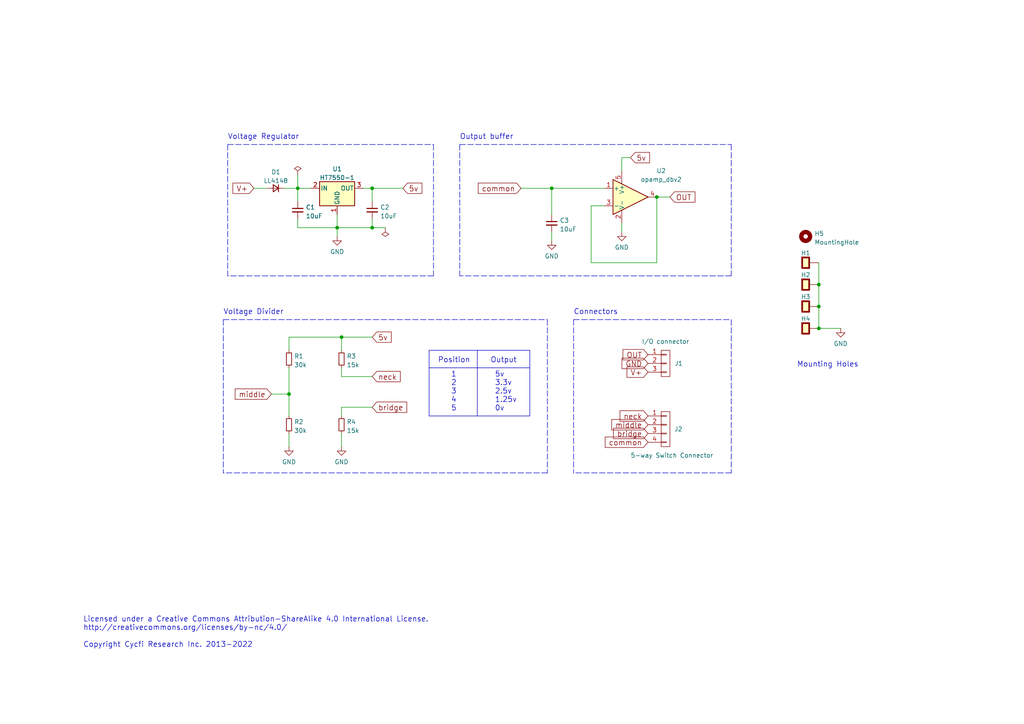
<source format=kicad_sch>
(kicad_sch (version 20211123) (generator eeschema)
  (paper "A4")
  (title_block (title "5-way CV Module") (date "2022-02-24") (rev "v3.0") (company "Document Number: 2022002"))
  (lib_symbols
    (symbol "Device:C_Small" (pin_numbers hide) (pin_names (offset 0.254) hide)
      (property "Reference" "C" (at 0.254 1.778 0))
      (property "Value" "C_Small" (at 0.254 -2.032 0))
      (symbol "C_Small_0_1"
        (polyline (pts (xy -1.524 -0.508) (xy 1.524 -0.508)) (stroke (width 0.3302)))
        (polyline (pts (xy -1.524 0.508) (xy 1.524 0.508)) (stroke (width 0.3048)))
      )
      (symbol "C_Small_1_1"
        (pin passive line (at 0 2.54 270) (length 2.032) (name "~") (number "1"))
        (pin passive line (at 0 -2.54 90) (length 2.032) (name "~") (number "2"))
      )
    )
    (symbol "Device:D_Small" (pin_numbers hide) (pin_names (offset 0.254) hide)
      (property "Reference" "D" (at -1.27 2.032 0))
      (property "Value" "D_Small" (at -3.81 -2.032 0))
      (symbol "D_Small_0_1"
        (polyline (pts (xy -0.762 -1.016) (xy -0.762 1.016)) (stroke (width 0.254)))
        (polyline (pts (xy -0.762 0) (xy 0.762 0)))
        (polyline (pts (xy 0.762 -1.016) (xy -0.762 0) (xy 0.762 1.016) (xy 0.762 -1.016)) (stroke (width 0.254)))
      )
      (symbol "D_Small_1_1"
        (pin passive line (at -2.54 0 0) (length 1.778) (name "K") (number "1"))
        (pin passive line (at 2.54 0 180) (length 1.778) (name "A") (number "2"))
      )
    )
    (symbol "Device:R_Small" (pin_numbers hide) (pin_names (offset 0.254) hide)
      (property "Reference" "R" (at 0.762 0.508 0))
      (property "Value" "R_Small" (at 0.762 -1.016 0))
      (symbol "R_Small_0_1"
        (rectangle (start -0.762 1.778) (end 0.762 -1.778) (stroke (width 0.2032)))
      )
      (symbol "R_Small_1_1"
        (pin passive line (at 0 2.54 270) (length 0.762) (name "~") (number "1"))
        (pin passive line (at 0 -2.54 90) (length 0.762) (name "~") (number "2"))
      )
    )
    (symbol "Mechanical:MountingHole" (pin_names (offset 1.016))
      (property "Reference" "H" (at 0 5.08 0))
      (property "Value" "MountingHole" (at 0 3.175 0))
      (symbol "MountingHole_0_1"
        (circle (center 0 0) (radius 1.27) (stroke (width 1.27)))
      )
    )
    (symbol "cycfi_library:conn_1x3" (pin_names (offset 1.016) hide)
      (property "Reference" "J" (at 0 5.08 0))
      (property "Value" "conn_1x3" (at 2.54 0 90))
      (symbol "conn_1x3_0_1"
        (rectangle (start -1.27 -2.413) (end 0.254 -2.667))
        (rectangle (start -1.27 0.127) (end 0.254 -0.127))
        (rectangle (start -1.27 2.667) (end 0.254 2.413))
        (rectangle (start -1.27 3.81) (end 1.27 -3.81))
      )
      (symbol "conn_1x3_1_1"
        (pin passive line (at -5.08 2.54 0) (length 3.81) (name "P1") (number "1"))
        (pin passive line (at -5.08 0 0) (length 3.81) (name "P2") (number "2"))
        (pin passive line (at -5.08 -2.54 0) (length 3.81) (name "P3") (number "3"))
      )
    )
    (symbol "cycfi_library:conn_1x4" (pin_names (offset 1.016) hide)
      (property "Reference" "J" (at 0 19.05 0))
      (property "Value" "conn_1x4" (at 2.54 12.7 90))
      (symbol "conn_1x4_0_1"
        (rectangle (start -1.27 9.017) (end 0.254 8.763))
        (rectangle (start -1.27 11.557) (end 0.254 11.303))
        (rectangle (start -1.27 14.097) (end 0.254 13.843))
        (rectangle (start -1.27 16.637) (end 0.254 16.383))
        (rectangle (start -1.27 17.78) (end 1.27 7.62))
      )
      (symbol "conn_1x4_1_1"
        (pin passive line (at -5.08 16.51 0) (length 3.81) (name "P1") (number "1"))
        (pin passive line (at -5.08 13.97 0) (length 3.81) (name "P2") (number "2"))
        (pin passive line (at -5.08 11.43 0) (length 3.81) (name "P3") (number "3"))
        (pin passive line (at -5.08 8.89 0) (length 3.81) (name "P4") (number "4"))
      )
    )
    (symbol "cycfi_library:opamp_dbv2" (pin_names (offset 0.127))
      (property "Reference" "U" (at -1.27 6.35 0))
      (property "Value" "opamp_dbv2" (at -1.27 3.81 0))
      (symbol "opamp_dbv2_0_1"
        (polyline (pts (xy -5.08 5.08) (xy 5.08 0) (xy -5.08 -5.08) (xy -5.08 5.08)) (stroke (width 0.254)) (fill (type background)))
        (pin power_in line (at -2.54 -7.62 90) (length 3.81) (name "V-") (number "2"))
        (pin power_in line (at -2.54 7.62 270) (length 3.81) (name "V+") (number "5"))
      )
      (symbol "opamp_dbv2_1_1"
        (pin input line (at -7.62 2.54 0) (length 2.54) (name "+") (number "1"))
        (pin input line (at -7.62 -2.54 0) (length 2.54) (name "-") (number "3"))
        (pin output line (at 7.62 0 180) (length 2.54) (name "~") (number "4"))
      )
    )
    (symbol "cycfi_library:single_pad" (pin_numbers hide) (pin_names (offset 1.016) hide)
      (property "Reference" "H" (at 0 7.62 0))
      (symbol "single_pad_0_1"
        (rectangle (start -1.524 2.286) (end 1.524 0.254) (stroke (width 0.508)) (fill (type background)))
      )
      (symbol "single_pad_1_1"
        (pin input line (at 0 -2.54 90) (length 2.54) (name "1") (number "1"))
      )
    )
    (symbol "cycfi_library:sot89-3-gio" (pin_names (offset 0.254))
      (property "Reference" "U" (at -3.81 3.175 0))
      (property "Value" "sot89-3-gio" (at -0.635 3.175 0))
      (symbol "sot89-3-gio_0_1"
        (rectangle (start -5.08 1.905) (end 5.08 -5.08) (stroke (width 0.254)) (fill (type background)))
      )
      (symbol "sot89-3-gio_1_1"
        (pin power_in line (at 0 -7.62 90) (length 2.54) (name "GND") (number "1"))
        (pin power_in line (at -7.62 0 0) (length 2.54) (name "IN") (number "2"))
        (pin power_out line (at 7.62 0 180) (length 2.54) (name "OUT") (number "3"))
      )
    )
    (symbol "power:GND" (power) (pin_names (offset 0))
      (property "Value" "GND" (at 0 -3.81 0))
      (symbol "GND_0_1"
        (polyline (pts (xy 0 0) (xy 0 -1.27) (xy 1.27 -1.27) (xy 0 -2.54) (xy -1.27 -1.27) (xy 0 -1.27)))
      )
      (symbol "GND_1_1"
        (pin power_in line (at 0 0 270) (length 0) hide (name "GND") (number "1"))
      )
    )
    (symbol "power:PWR_FLAG" (power) (pin_numbers hide) (pin_names (offset 0) hide)
      (property "Value" "PWR_FLAG" (at 0 3.81 0))
      (symbol "PWR_FLAG_0_0"
        (pin power_out line (at 0 0 90) (length 0) (name "pwr") (number "1"))
      )
      (symbol "PWR_FLAG_0_1"
        (polyline (pts (xy 0 0) (xy 0 1.27) (xy -1.016 1.905) (xy 0 2.54) (xy 1.016 1.905) (xy 0 1.27)))
      )
    )
  )
  (junction (at 99.06 97.79))
  (junction (at 97.79 66.04))
  (junction (at 237.49 95.25))
  (junction (at 107.95 54.61))
  (junction (at 83.82 114.3))
  (junction (at 86.36 54.61))
  (junction (at 190.5 57.15))
  (junction (at 107.95 66.04))
  (junction (at 160.02 54.61))
  (junction (at 237.49 82.55))
  (junction (at 237.49 88.9))
  (polyline (pts (xy 124.46 101.6) (xy 124.46 120.65)) (stroke (width 0) (type solid)))
  (wire (pts (xy 86.36 54.61) (xy 90.17 54.61)))
  (wire (pts (xy 237.49 82.55) (xy 237.49 88.9)))
  (wire (pts (xy 107.95 54.61) (xy 116.84 54.61)))
  (wire (pts (xy 171.45 76.2) (xy 190.5 76.2)))
  (wire (pts (xy 83.82 114.3) (xy 83.82 120.65)))
  (wire (pts (xy 190.5 57.15) (xy 190.5 76.2)))
  (wire (pts (xy 151.13 54.61) (xy 160.02 54.61)))
  (wire (pts (xy 237.49 76.2) (xy 237.49 82.55)))
  (polyline (pts (xy 125.73 80.01) (xy 66.04 80.01)))
  (wire (pts (xy 107.95 118.11) (xy 99.06 118.11)))
  (wire (pts (xy 190.5 57.15) (xy 194.31 57.15)))
  (wire (pts (xy 107.95 66.04) (xy 111.76 66.04)))
  (polyline (pts (xy 124.46 101.6) (xy 153.67 101.6)) (stroke (width 0) (type solid)))
  (polyline (pts (xy 158.75 92.71) (xy 158.75 137.16)))
  (wire (pts (xy 107.95 54.61) (xy 107.95 58.42)))
  (wire (pts (xy 107.95 63.5) (xy 107.95 66.04)))
  (wire (pts (xy 160.02 54.61) (xy 175.26 54.61)))
  (wire (pts (xy 180.34 64.77) (xy 180.34 67.31)))
  (wire (pts (xy 107.95 66.04) (xy 97.79 66.04)))
  (polyline (pts (xy 66.04 41.91) (xy 66.04 80.01)))
  (wire (pts (xy 99.06 118.11) (xy 99.06 120.65)))
  (polyline (pts (xy 158.75 137.16) (xy 64.77 137.16)))
  (polyline (pts (xy 166.37 92.71) (xy 212.09 92.71)))
  (polyline (pts (xy 64.77 92.71) (xy 64.77 137.16)))
  (polyline (pts (xy 212.09 92.71) (xy 212.09 137.16)))
  (wire (pts (xy 86.36 50.8) (xy 86.36 54.61)))
  (polyline (pts (xy 212.09 41.91) (xy 212.09 80.01)))
  (wire (pts (xy 99.06 97.79) (xy 99.06 101.6)))
  (polyline (pts (xy 153.67 120.65) (xy 124.46 120.65)) (stroke (width 0) (type solid)))
  (wire (pts (xy 83.82 97.79) (xy 99.06 97.79)))
  (wire (pts (xy 105.41 54.61) (xy 107.95 54.61)))
  (polyline (pts (xy 66.04 41.91) (xy 125.73 41.91)))
  (wire (pts (xy 97.79 68.58) (xy 97.79 66.04)))
  (polyline (pts (xy 166.37 92.71) (xy 166.37 137.16)))
  (wire (pts (xy 99.06 125.73) (xy 99.06 129.54)))
  (polyline (pts (xy 212.09 80.01) (xy 133.35 80.01)))
  (wire (pts (xy 83.82 106.68) (xy 83.82 114.3)))
  (polyline (pts (xy 133.35 41.91) (xy 133.35 80.01)))
  (wire (pts (xy 237.49 88.9) (xy 237.49 95.25)))
  (wire (pts (xy 83.82 101.6) (xy 83.82 97.79)))
  (wire (pts (xy 99.06 109.22) (xy 99.06 106.68)))
  (polyline (pts (xy 138.43 101.6) (xy 138.43 120.65)) (stroke (width 0) (type solid)))
  (wire (pts (xy 237.49 95.25) (xy 243.84 95.25)))
  (wire (pts (xy 82.55 54.61) (xy 86.36 54.61)))
  (wire (pts (xy 160.02 67.31) (xy 160.02 69.85)))
  (wire (pts (xy 180.34 45.72) (xy 182.88 45.72)))
  (polyline (pts (xy 133.35 41.91) (xy 212.09 41.91)))
  (wire (pts (xy 73.66 54.61) (xy 77.47 54.61)))
  (polyline (pts (xy 153.67 101.6) (xy 153.67 120.65)) (stroke (width 0) (type solid)))
  (wire (pts (xy 160.02 54.61) (xy 160.02 62.23)))
  (polyline (pts (xy 125.73 41.91) (xy 125.73 80.01)))
  (wire (pts (xy 83.82 125.73) (xy 83.82 129.54)))
  (wire (pts (xy 107.95 109.22) (xy 99.06 109.22)))
  (wire (pts (xy 171.45 59.69) (xy 171.45 76.2)))
  (wire (pts (xy 99.06 97.79) (xy 107.95 97.79)))
  (polyline (pts (xy 212.09 137.16) (xy 166.37 137.16)))
  (wire (pts (xy 175.26 59.69) (xy 171.45 59.69)))
  (wire (pts (xy 86.36 54.61) (xy 86.36 58.42)))
  (polyline (pts (xy 124.46 106.68) (xy 153.67 106.68)) (stroke (width 0) (type solid)))
  (wire (pts (xy 78.74 114.3) (xy 83.82 114.3)))
  (wire (pts (xy 86.36 63.5) (xy 86.36 66.04)))
  (wire (pts (xy 180.34 49.53) (xy 180.34 45.72)))
  (wire (pts (xy 97.79 62.23) (xy 97.79 66.04)))
  (polyline (pts (xy 64.77 92.71) (xy 158.75 92.71)))
  (wire (pts (xy 86.36 66.04) (xy 97.79 66.04)))
  (text "Output" (at 142.24 105.41 0) (effects (font (size 1.524 1.524)) (justify left bottom)))
  (text "5v\n3.3v\n2.5v\n1.25v\n0v" (at 143.51 119.38 0) (effects (font (size 1.524 1.524)) (justify left bottom)))
  (text "Connectors" (at 166.37 91.44 0) (effects (font (size 1.524 1.524)) (justify left bottom)))
  (text "Voltage Divider" (at 64.77 91.44 0) (effects (font (size 1.524 1.524)) (justify left bottom)))
  (text "1\n2\n3\n4\n5" (at 130.81 119.38 0) (effects (font (size 1.524 1.524)) (justify left bottom)))
  (text "Licensed under a Creative Commons Attribution-ShareAlike 4.0 International License. \nhttp://creativecommons.org/licenses/by-nc/4.0/\n\nCopyright Cycfi Research Inc. 2013-2022" (at 24.13 187.96 0) (effects (font (size 1.524 1.524)) (justify left bottom)))
  (text "Output buffer" (at 133.35 40.64 0) (effects (font (size 1.524 1.524)) (justify left bottom)))
  (text "Voltage Regulator" (at 66.04 40.64 0) (effects (font (size 1.524 1.524)) (justify left bottom)))
  (text "Position" (at 127 105.41 0) (effects (font (size 1.524 1.524)) (justify left bottom)))
  (text "Mounting Holes" (at 231.14 106.68 0) (effects (font (size 1.524 1.524)) (justify left bottom)))
  (global_label "OUT" (shape input) (at 187.96 102.87 180) (effects (font (size 1.524 1.524))) (property "Intersheet References" "${INTERSHEET_REFS}" (effects hide)))
  (global_label "V+" (shape input) (at 187.96 107.95 180) (effects (font (size 1.524 1.524))) (property "Intersheet References" "${INTERSHEET_REFS}" (effects hide)))
  (global_label "common" (shape input) (at 187.96 128.27 180) (effects (font (size 1.524 1.524))) (property "Intersheet References" "${INTERSHEET_REFS}" (effects hide)))
  (global_label "neck" (shape input) (at 107.95 109.22 0) (effects (font (size 1.524 1.524))) (property "Intersheet References" "${INTERSHEET_REFS}" (effects hide)))
  (global_label "middle" (shape input) (at 78.74 114.3 180) (effects (font (size 1.524 1.524))) (property "Intersheet References" "${INTERSHEET_REFS}" (effects hide)))
  (global_label "common" (shape input) (at 151.13 54.61 180) (effects (font (size 1.524 1.524))) (property "Intersheet References" "${INTERSHEET_REFS}" (effects hide)))
  (global_label "5v" (shape input) (at 182.88 45.72 0) (effects (font (size 1.524 1.524))) (property "Intersheet References" "${INTERSHEET_REFS}" (effects hide)))
  (global_label "5v" (shape input) (at 116.84 54.61 0) (effects (font (size 1.524 1.524))) (property "Intersheet References" "${INTERSHEET_REFS}" (effects hide)))
  (global_label "neck" (shape input) (at 187.96 120.65 180) (effects (font (size 1.524 1.524))) (property "Intersheet References" "${INTERSHEET_REFS}" (effects hide)))
  (global_label "bridge" (shape input) (at 187.96 125.73 180) (effects (font (size 1.524 1.524))) (property "Intersheet References" "${INTERSHEET_REFS}" (effects hide)))
  (global_label "bridge" (shape input) (at 107.95 118.11 0) (effects (font (size 1.524 1.524))) (property "Intersheet References" "${INTERSHEET_REFS}" (effects hide)))
  (global_label "OUT" (shape input) (at 194.31 57.15 0) (effects (font (size 1.524 1.524))) (property "Intersheet References" "${INTERSHEET_REFS}" (effects hide)))
  (global_label "GND" (shape input) (at 187.96 105.41 180) (effects (font (size 1.524 1.524))) (property "Intersheet References" "${INTERSHEET_REFS}" (effects hide)))
  (global_label "middle" (shape input) (at 187.96 123.19 180) (effects (font (size 1.524 1.524))) (property "Intersheet References" "${INTERSHEET_REFS}" (effects hide)))
  (global_label "5v" (shape input) (at 107.95 97.79 0) (effects (font (size 1.524 1.524))) (property "Intersheet References" "${INTERSHEET_REFS}" (effects hide)))
  (global_label "V+" (shape input) (at 73.66 54.61 180) (effects (font (size 1.524 1.524))) (property "Intersheet References" "${INTERSHEET_REFS}" (effects hide)))
  (symbol (lib_id "Device:D_Small") (at 80.01 54.61 180) (unit 1)
    (property "Reference" "D1" (at 80.01 49.8942 0))
    (property "Value" "LL4148" (at 80.01 52.4311 0))
    (property "Footprint" "Diode_SMD:D_MiniMELF" (effects hide))
  )
  (symbol (lib_id "power:GND") (at 97.79 68.58 0) (unit 1)
    (property "Reference" "#PWR02" (effects hide))
    (property "Value" "GND" (at 97.79 73.0234 0))
  )
  (symbol (lib_id "cycfi_library:single_pad") (at 234.95 88.9 90) (unit 1)
    (property "Reference" "H3" (at 233.68 86.0862 90))
    (property "Value" "single_pad" (effects hide))
    (property "Footprint" "cycfi_library:cond_hole_rect_1.2x3.5mm" (effects hide))
  )
  (symbol (lib_id "cycfi_library:single_pad") (at 234.95 76.2 90) (unit 1)
    (property "Reference" "H1" (at 233.68 73.3862 90))
    (property "Value" "single_pad" (effects hide))
    (property "Footprint" "cycfi_library:cond_hole_rect_1.2x3.5mm" (effects hide))
  )
  (symbol (lib_id "power:GND") (at 180.34 67.31 0) (unit 1)
    (property "Reference" "#PWR05" (effects hide))
    (property "Value" "GND" (at 180.34 71.7534 0))
  )
  (symbol (lib_id "Mechanical:MountingHole") (at 233.68 68.58 0) (unit 1)
    (property "Reference" "H5" (at 236.22 67.7453 0) (effects (justify left)))
    (property "Value" "MountingHole" (at 236.22 70.2822 0) (effects (justify left)))
    (property "Footprint" "cycfi_library:hole_2.65mm" (effects hide))
  )
  (symbol (lib_id "power:PWR_FLAG") (at 111.76 66.04 180) (unit 1)
    (property "Reference" "#FLG02" (effects hide))
    (property "Value" "PWR_FLAG" (effects hide))
  )
  (symbol (lib_id "power:GND") (at 83.82 129.54 0) (unit 1)
    (property "Reference" "#PWR01" (effects hide))
    (property "Value" "GND" (at 83.82 133.9834 0))
  )
  (symbol (lib_id "cycfi_library:single_pad") (at 234.95 95.25 90) (unit 1)
    (property "Reference" "H4" (at 233.68 92.4362 90))
    (property "Value" "single_pad" (effects hide))
    (property "Footprint" "cycfi_library:cond_hole_rect_1.2x3.5mm" (effects hide))
  )
  (symbol (lib_id "Device:C_Small") (at 86.36 60.96 0) (unit 1)
    (property "Reference" "C1" (at 88.6841 60.1316 0) (effects (justify left)))
    (property "Value" "10uF" (at 88.6841 62.6685 0) (effects (justify left)))
    (property "Footprint" "Capacitor_SMD:C_0603_1608Metric" (effects hide))
  )
  (symbol (lib_id "cycfi_library:single_pad") (at 234.95 82.55 90) (unit 1)
    (property "Reference" "H2" (at 233.68 79.7362 90))
    (property "Value" "single_pad" (effects hide))
    (property "Footprint" "cycfi_library:cond_hole_rect_1.2x3.5mm" (effects hide))
  )
  (symbol (lib_id "power:GND") (at 160.02 69.85 0) (unit 1)
    (property "Reference" "#PWR04" (effects hide))
    (property "Value" "GND" (at 160.02 74.2934 0))
  )
  (symbol (lib_id "power:GND") (at 99.06 129.54 0) (unit 1)
    (property "Reference" "#PWR03" (effects hide))
    (property "Value" "GND" (at 99.06 133.9834 0))
  )
  (symbol (lib_id "Device:R_Small") (at 99.06 123.19 0) (unit 1)
    (property "Reference" "R4" (at 100.5586 122.3553 0) (effects (justify left)))
    (property "Value" "15k" (at 100.5586 124.8922 0) (effects (justify left)))
    (property "Footprint" "Resistor_SMD:R_0603_1608Metric" (effects hide))
  )
  (symbol (lib_id "cycfi_library:conn_1x4") (at 193.04 137.16 0) (unit 1)
    (property "Reference" "J2" (at 195.58 124.46 0) (effects (justify left)))
    (property "Value" "5-way Switch Connector" (at 182.88 132.08 0) (effects (justify left)))
    (property "Footprint" "connect_library:5way_switch" (effects hide))
  )
  (symbol (lib_id "Device:C_Small") (at 160.02 64.77 0) (unit 1)
    (property "Reference" "C3" (at 162.3441 63.9416 0) (effects (justify left)))
    (property "Value" "10uF" (at 162.3441 66.4785 0) (effects (justify left)))
    (property "Footprint" "Capacitor_SMD:C_0603_1608Metric" (effects hide))
  )
  (symbol (lib_id "Device:C_Small") (at 107.95 60.96 0) (unit 1)
    (property "Reference" "C2" (at 110.2741 60.1316 0) (effects (justify left)))
    (property "Value" "10uF" (at 110.2741 62.6685 0) (effects (justify left)))
    (property "Footprint" "Capacitor_SMD:C_0603_1608Metric" (effects hide))
  )
  (symbol (lib_id "Device:R_Small") (at 83.82 104.14 0) (unit 1)
    (property "Reference" "R1" (at 85.3186 103.3053 0) (effects (justify left)))
    (property "Value" "30k" (at 85.3186 105.8422 0) (effects (justify left)))
    (property "Footprint" "Resistor_SMD:R_0603_1608Metric" (effects hide))
  )
  (symbol (lib_id "cycfi_library:sot89-3-gio") (at 97.79 54.61 0) (unit 1)
    (property "Reference" "U1" (at 97.79 49.0052 0))
    (property "Value" "HT7550-1" (at 97.79 51.5421 0))
    (property "Footprint" "Package_TO_SOT_SMD:SOT-89-3" (effects hide))
  )
  (symbol (lib_id "power:PWR_FLAG") (at 86.36 50.8 0) (unit 1)
    (property "Reference" "#FLG01" (effects hide))
    (property "Value" "PWR_FLAG" (effects hide))
  )
  (symbol (lib_id "cycfi_library:conn_1x3") (at 193.04 105.41 0) (unit 1)
    (property "Reference" "J1" (at 196.85 105.41 0))
    (property "Value" "I/O connector" (at 193.04 99.0569 0))
    (property "Footprint" "cycfi_library:pin_header_1x3p_2.54mm_smd_horizontal" (effects hide))
  )
  (symbol (lib_id "Device:R_Small") (at 83.82 123.19 0) (unit 1)
    (property "Reference" "R2" (at 85.3186 122.3553 0) (effects (justify left)))
    (property "Value" "30k" (at 85.3186 124.8922 0) (effects (justify left)))
    (property "Footprint" "Resistor_SMD:R_0603_1608Metric" (effects hide))
  )
  (symbol (lib_id "power:GND") (at 243.84 95.25 0) (unit 1)
    (property "Reference" "#PWR0101" (effects hide))
    (property "Value" "GND" (at 243.84 99.6934 0))
  )
  (symbol (lib_id "Device:R_Small") (at 99.06 104.14 0) (unit 1)
    (property "Reference" "R3" (at 100.5586 103.3053 0) (effects (justify left)))
    (property "Value" "15k" (at 100.5586 105.8422 0) (effects (justify left)))
    (property "Footprint" "Resistor_SMD:R_0603_1608Metric" (effects hide))
  )
  (symbol (lib_id "cycfi_library:opamp_dbv2") (at 182.88 57.15 0) (unit 1)
    (property "Reference" "U2" (at 191.77 49.53 0))
    (property "Value" "opamp_dbv2" (at 191.77 52.0669 0))
    (property "Footprint" "Package_TO_SOT_SMD:SOT-23-5" (effects hide))
  )
)
</source>
